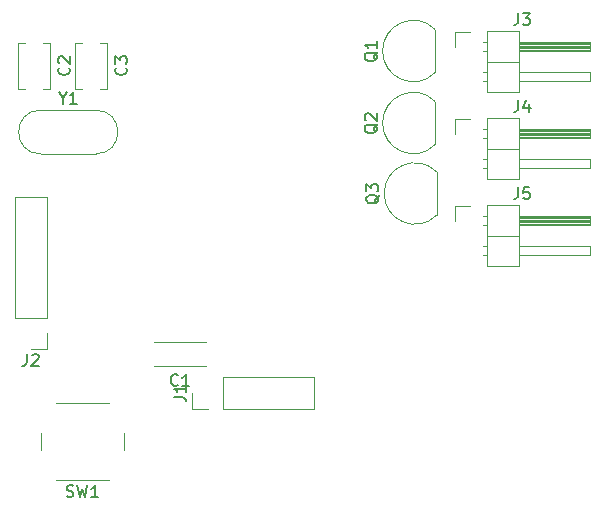
<source format=gbr>
G04 #@! TF.FileFunction,Legend,Top*
%FSLAX46Y46*%
G04 Gerber Fmt 4.6, Leading zero omitted, Abs format (unit mm)*
G04 Created by KiCad (PCBNEW 4.0.7) date Fri Feb  9 23:36:38 2018*
%MOMM*%
%LPD*%
G01*
G04 APERTURE LIST*
%ADD10C,0.150000*%
%ADD11C,0.120000*%
G04 APERTURE END LIST*
D10*
D11*
X104231000Y-65272000D02*
X99811000Y-65272000D01*
X104231000Y-63252000D02*
X99811000Y-63252000D01*
X104231000Y-65272000D02*
X104231000Y-65258000D01*
X104231000Y-63266000D02*
X104231000Y-63252000D01*
X99811000Y-65272000D02*
X99811000Y-65258000D01*
X99811000Y-63266000D02*
X99811000Y-63252000D01*
X91022000Y-37898000D02*
X91022000Y-41818000D01*
X88302000Y-37898000D02*
X88302000Y-41818000D01*
X91022000Y-37898000D02*
X90412000Y-37898000D01*
X88912000Y-37898000D02*
X88302000Y-37898000D01*
X91022000Y-41818000D02*
X90412000Y-41818000D01*
X88912000Y-41818000D02*
X88302000Y-41818000D01*
X95848000Y-37898000D02*
X95848000Y-41818000D01*
X93128000Y-37898000D02*
X93128000Y-41818000D01*
X95848000Y-37898000D02*
X95238000Y-37898000D01*
X93738000Y-37898000D02*
X93128000Y-37898000D01*
X95848000Y-41818000D02*
X95238000Y-41818000D01*
X93738000Y-41818000D02*
X93128000Y-41818000D01*
X113344000Y-68894000D02*
X113344000Y-66234000D01*
X105664000Y-68894000D02*
X113344000Y-68894000D01*
X105664000Y-66234000D02*
X113344000Y-66234000D01*
X105664000Y-68894000D02*
X105664000Y-66234000D01*
X104394000Y-68894000D02*
X103064000Y-68894000D01*
X103064000Y-68894000D02*
X103064000Y-67564000D01*
X90738000Y-50994000D02*
X88078000Y-50994000D01*
X90738000Y-61214000D02*
X90738000Y-50994000D01*
X88078000Y-61214000D02*
X88078000Y-50994000D01*
X90738000Y-61214000D02*
X88078000Y-61214000D01*
X90738000Y-62484000D02*
X90738000Y-63814000D01*
X90738000Y-63814000D02*
X89408000Y-63814000D01*
X128059000Y-36897000D02*
X128059000Y-42097000D01*
X128059000Y-42097000D02*
X130719000Y-42097000D01*
X130719000Y-42097000D02*
X130719000Y-36897000D01*
X130719000Y-36897000D02*
X128059000Y-36897000D01*
X130719000Y-37847000D02*
X136719000Y-37847000D01*
X136719000Y-37847000D02*
X136719000Y-38607000D01*
X136719000Y-38607000D02*
X130719000Y-38607000D01*
X130719000Y-37907000D02*
X136719000Y-37907000D01*
X130719000Y-38027000D02*
X136719000Y-38027000D01*
X130719000Y-38147000D02*
X136719000Y-38147000D01*
X130719000Y-38267000D02*
X136719000Y-38267000D01*
X130719000Y-38387000D02*
X136719000Y-38387000D01*
X130719000Y-38507000D02*
X136719000Y-38507000D01*
X127729000Y-37847000D02*
X128059000Y-37847000D01*
X127729000Y-38607000D02*
X128059000Y-38607000D01*
X128059000Y-39497000D02*
X130719000Y-39497000D01*
X130719000Y-40387000D02*
X136719000Y-40387000D01*
X136719000Y-40387000D02*
X136719000Y-41147000D01*
X136719000Y-41147000D02*
X130719000Y-41147000D01*
X127661929Y-40387000D02*
X128059000Y-40387000D01*
X127661929Y-41147000D02*
X128059000Y-41147000D01*
X125349000Y-38227000D02*
X125349000Y-36957000D01*
X125349000Y-36957000D02*
X126619000Y-36957000D01*
X128059000Y-44263000D02*
X128059000Y-49463000D01*
X128059000Y-49463000D02*
X130719000Y-49463000D01*
X130719000Y-49463000D02*
X130719000Y-44263000D01*
X130719000Y-44263000D02*
X128059000Y-44263000D01*
X130719000Y-45213000D02*
X136719000Y-45213000D01*
X136719000Y-45213000D02*
X136719000Y-45973000D01*
X136719000Y-45973000D02*
X130719000Y-45973000D01*
X130719000Y-45273000D02*
X136719000Y-45273000D01*
X130719000Y-45393000D02*
X136719000Y-45393000D01*
X130719000Y-45513000D02*
X136719000Y-45513000D01*
X130719000Y-45633000D02*
X136719000Y-45633000D01*
X130719000Y-45753000D02*
X136719000Y-45753000D01*
X130719000Y-45873000D02*
X136719000Y-45873000D01*
X127729000Y-45213000D02*
X128059000Y-45213000D01*
X127729000Y-45973000D02*
X128059000Y-45973000D01*
X128059000Y-46863000D02*
X130719000Y-46863000D01*
X130719000Y-47753000D02*
X136719000Y-47753000D01*
X136719000Y-47753000D02*
X136719000Y-48513000D01*
X136719000Y-48513000D02*
X130719000Y-48513000D01*
X127661929Y-47753000D02*
X128059000Y-47753000D01*
X127661929Y-48513000D02*
X128059000Y-48513000D01*
X125349000Y-45593000D02*
X125349000Y-44323000D01*
X125349000Y-44323000D02*
X126619000Y-44323000D01*
X128059000Y-51629000D02*
X128059000Y-56829000D01*
X128059000Y-56829000D02*
X130719000Y-56829000D01*
X130719000Y-56829000D02*
X130719000Y-51629000D01*
X130719000Y-51629000D02*
X128059000Y-51629000D01*
X130719000Y-52579000D02*
X136719000Y-52579000D01*
X136719000Y-52579000D02*
X136719000Y-53339000D01*
X136719000Y-53339000D02*
X130719000Y-53339000D01*
X130719000Y-52639000D02*
X136719000Y-52639000D01*
X130719000Y-52759000D02*
X136719000Y-52759000D01*
X130719000Y-52879000D02*
X136719000Y-52879000D01*
X130719000Y-52999000D02*
X136719000Y-52999000D01*
X130719000Y-53119000D02*
X136719000Y-53119000D01*
X130719000Y-53239000D02*
X136719000Y-53239000D01*
X127729000Y-52579000D02*
X128059000Y-52579000D01*
X127729000Y-53339000D02*
X128059000Y-53339000D01*
X128059000Y-54229000D02*
X130719000Y-54229000D01*
X130719000Y-55119000D02*
X136719000Y-55119000D01*
X136719000Y-55119000D02*
X136719000Y-55879000D01*
X136719000Y-55879000D02*
X130719000Y-55879000D01*
X127661929Y-55119000D02*
X128059000Y-55119000D01*
X127661929Y-55879000D02*
X128059000Y-55879000D01*
X125349000Y-52959000D02*
X125349000Y-51689000D01*
X125349000Y-51689000D02*
X126619000Y-51689000D01*
X123643000Y-40408000D02*
X123643000Y-36808000D01*
X123631478Y-40446478D02*
G75*
G02X119193000Y-38608000I-1838478J1838478D01*
G01*
X123631478Y-36769522D02*
G75*
G03X119193000Y-38608000I-1838478J-1838478D01*
G01*
X123643000Y-46504000D02*
X123643000Y-42904000D01*
X123631478Y-46542478D02*
G75*
G02X119193000Y-44704000I-1838478J1838478D01*
G01*
X123631478Y-42865522D02*
G75*
G03X119193000Y-44704000I-1838478J-1838478D01*
G01*
X123770000Y-52473000D02*
X123770000Y-48873000D01*
X123758478Y-52511478D02*
G75*
G02X119320000Y-50673000I-1838478J1838478D01*
G01*
X123758478Y-48834522D02*
G75*
G03X119320000Y-50673000I-1838478J-1838478D01*
G01*
X96028000Y-68414000D02*
X91528000Y-68414000D01*
X97278000Y-72414000D02*
X97278000Y-70914000D01*
X91528000Y-74914000D02*
X96028000Y-74914000D01*
X90278000Y-70914000D02*
X90278000Y-72414000D01*
X90228000Y-43616000D02*
X94928000Y-43616000D01*
X90228000Y-47316000D02*
X94928000Y-47316000D01*
X90228000Y-47316000D02*
G75*
G02X90228000Y-43616000I0J1850000D01*
G01*
X94928000Y-47316000D02*
G75*
G03X94928000Y-43616000I0J1850000D01*
G01*
D10*
X101854334Y-66879143D02*
X101806715Y-66926762D01*
X101663858Y-66974381D01*
X101568620Y-66974381D01*
X101425762Y-66926762D01*
X101330524Y-66831524D01*
X101282905Y-66736286D01*
X101235286Y-66545810D01*
X101235286Y-66402952D01*
X101282905Y-66212476D01*
X101330524Y-66117238D01*
X101425762Y-66022000D01*
X101568620Y-65974381D01*
X101663858Y-65974381D01*
X101806715Y-66022000D01*
X101854334Y-66069619D01*
X102806715Y-66974381D02*
X102235286Y-66974381D01*
X102521000Y-66974381D02*
X102521000Y-65974381D01*
X102425762Y-66117238D01*
X102330524Y-66212476D01*
X102235286Y-66260095D01*
X92629143Y-40024666D02*
X92676762Y-40072285D01*
X92724381Y-40215142D01*
X92724381Y-40310380D01*
X92676762Y-40453238D01*
X92581524Y-40548476D01*
X92486286Y-40596095D01*
X92295810Y-40643714D01*
X92152952Y-40643714D01*
X91962476Y-40596095D01*
X91867238Y-40548476D01*
X91772000Y-40453238D01*
X91724381Y-40310380D01*
X91724381Y-40215142D01*
X91772000Y-40072285D01*
X91819619Y-40024666D01*
X91819619Y-39643714D02*
X91772000Y-39596095D01*
X91724381Y-39500857D01*
X91724381Y-39262761D01*
X91772000Y-39167523D01*
X91819619Y-39119904D01*
X91914857Y-39072285D01*
X92010095Y-39072285D01*
X92152952Y-39119904D01*
X92724381Y-39691333D01*
X92724381Y-39072285D01*
X97455143Y-40024666D02*
X97502762Y-40072285D01*
X97550381Y-40215142D01*
X97550381Y-40310380D01*
X97502762Y-40453238D01*
X97407524Y-40548476D01*
X97312286Y-40596095D01*
X97121810Y-40643714D01*
X96978952Y-40643714D01*
X96788476Y-40596095D01*
X96693238Y-40548476D01*
X96598000Y-40453238D01*
X96550381Y-40310380D01*
X96550381Y-40215142D01*
X96598000Y-40072285D01*
X96645619Y-40024666D01*
X96550381Y-39691333D02*
X96550381Y-39072285D01*
X96931333Y-39405619D01*
X96931333Y-39262761D01*
X96978952Y-39167523D01*
X97026571Y-39119904D01*
X97121810Y-39072285D01*
X97359905Y-39072285D01*
X97455143Y-39119904D01*
X97502762Y-39167523D01*
X97550381Y-39262761D01*
X97550381Y-39548476D01*
X97502762Y-39643714D01*
X97455143Y-39691333D01*
X101516381Y-67897333D02*
X102230667Y-67897333D01*
X102373524Y-67944953D01*
X102468762Y-68040191D01*
X102516381Y-68183048D01*
X102516381Y-68278286D01*
X102516381Y-66897333D02*
X102516381Y-67468762D01*
X102516381Y-67183048D02*
X101516381Y-67183048D01*
X101659238Y-67278286D01*
X101754476Y-67373524D01*
X101802095Y-67468762D01*
X89074667Y-64266381D02*
X89074667Y-64980667D01*
X89027047Y-65123524D01*
X88931809Y-65218762D01*
X88788952Y-65266381D01*
X88693714Y-65266381D01*
X89503238Y-64361619D02*
X89550857Y-64314000D01*
X89646095Y-64266381D01*
X89884191Y-64266381D01*
X89979429Y-64314000D01*
X90027048Y-64361619D01*
X90074667Y-64456857D01*
X90074667Y-64552095D01*
X90027048Y-64694952D01*
X89455619Y-65266381D01*
X90074667Y-65266381D01*
X130670667Y-35409381D02*
X130670667Y-36123667D01*
X130623047Y-36266524D01*
X130527809Y-36361762D01*
X130384952Y-36409381D01*
X130289714Y-36409381D01*
X131051619Y-35409381D02*
X131670667Y-35409381D01*
X131337333Y-35790333D01*
X131480191Y-35790333D01*
X131575429Y-35837952D01*
X131623048Y-35885571D01*
X131670667Y-35980810D01*
X131670667Y-36218905D01*
X131623048Y-36314143D01*
X131575429Y-36361762D01*
X131480191Y-36409381D01*
X131194476Y-36409381D01*
X131099238Y-36361762D01*
X131051619Y-36314143D01*
X130670667Y-42775381D02*
X130670667Y-43489667D01*
X130623047Y-43632524D01*
X130527809Y-43727762D01*
X130384952Y-43775381D01*
X130289714Y-43775381D01*
X131575429Y-43108714D02*
X131575429Y-43775381D01*
X131337333Y-42727762D02*
X131099238Y-43442048D01*
X131718286Y-43442048D01*
X130670667Y-50141381D02*
X130670667Y-50855667D01*
X130623047Y-50998524D01*
X130527809Y-51093762D01*
X130384952Y-51141381D01*
X130289714Y-51141381D01*
X131623048Y-50141381D02*
X131146857Y-50141381D01*
X131099238Y-50617571D01*
X131146857Y-50569952D01*
X131242095Y-50522333D01*
X131480191Y-50522333D01*
X131575429Y-50569952D01*
X131623048Y-50617571D01*
X131670667Y-50712810D01*
X131670667Y-50950905D01*
X131623048Y-51046143D01*
X131575429Y-51093762D01*
X131480191Y-51141381D01*
X131242095Y-51141381D01*
X131146857Y-51093762D01*
X131099238Y-51046143D01*
X118780619Y-38703238D02*
X118733000Y-38798476D01*
X118637762Y-38893714D01*
X118494905Y-39036571D01*
X118447286Y-39131810D01*
X118447286Y-39227048D01*
X118685381Y-39179429D02*
X118637762Y-39274667D01*
X118542524Y-39369905D01*
X118352048Y-39417524D01*
X118018714Y-39417524D01*
X117828238Y-39369905D01*
X117733000Y-39274667D01*
X117685381Y-39179429D01*
X117685381Y-38988952D01*
X117733000Y-38893714D01*
X117828238Y-38798476D01*
X118018714Y-38750857D01*
X118352048Y-38750857D01*
X118542524Y-38798476D01*
X118637762Y-38893714D01*
X118685381Y-38988952D01*
X118685381Y-39179429D01*
X118685381Y-37798476D02*
X118685381Y-38369905D01*
X118685381Y-38084191D02*
X117685381Y-38084191D01*
X117828238Y-38179429D01*
X117923476Y-38274667D01*
X117971095Y-38369905D01*
X118780619Y-44799238D02*
X118733000Y-44894476D01*
X118637762Y-44989714D01*
X118494905Y-45132571D01*
X118447286Y-45227810D01*
X118447286Y-45323048D01*
X118685381Y-45275429D02*
X118637762Y-45370667D01*
X118542524Y-45465905D01*
X118352048Y-45513524D01*
X118018714Y-45513524D01*
X117828238Y-45465905D01*
X117733000Y-45370667D01*
X117685381Y-45275429D01*
X117685381Y-45084952D01*
X117733000Y-44989714D01*
X117828238Y-44894476D01*
X118018714Y-44846857D01*
X118352048Y-44846857D01*
X118542524Y-44894476D01*
X118637762Y-44989714D01*
X118685381Y-45084952D01*
X118685381Y-45275429D01*
X117780619Y-44465905D02*
X117733000Y-44418286D01*
X117685381Y-44323048D01*
X117685381Y-44084952D01*
X117733000Y-43989714D01*
X117780619Y-43942095D01*
X117875857Y-43894476D01*
X117971095Y-43894476D01*
X118113952Y-43942095D01*
X118685381Y-44513524D01*
X118685381Y-43894476D01*
X118907619Y-50768238D02*
X118860000Y-50863476D01*
X118764762Y-50958714D01*
X118621905Y-51101571D01*
X118574286Y-51196810D01*
X118574286Y-51292048D01*
X118812381Y-51244429D02*
X118764762Y-51339667D01*
X118669524Y-51434905D01*
X118479048Y-51482524D01*
X118145714Y-51482524D01*
X117955238Y-51434905D01*
X117860000Y-51339667D01*
X117812381Y-51244429D01*
X117812381Y-51053952D01*
X117860000Y-50958714D01*
X117955238Y-50863476D01*
X118145714Y-50815857D01*
X118479048Y-50815857D01*
X118669524Y-50863476D01*
X118764762Y-50958714D01*
X118812381Y-51053952D01*
X118812381Y-51244429D01*
X117812381Y-50482524D02*
X117812381Y-49863476D01*
X118193333Y-50196810D01*
X118193333Y-50053952D01*
X118240952Y-49958714D01*
X118288571Y-49911095D01*
X118383810Y-49863476D01*
X118621905Y-49863476D01*
X118717143Y-49911095D01*
X118764762Y-49958714D01*
X118812381Y-50053952D01*
X118812381Y-50339667D01*
X118764762Y-50434905D01*
X118717143Y-50482524D01*
X92444667Y-76318762D02*
X92587524Y-76366381D01*
X92825620Y-76366381D01*
X92920858Y-76318762D01*
X92968477Y-76271143D01*
X93016096Y-76175905D01*
X93016096Y-76080667D01*
X92968477Y-75985429D01*
X92920858Y-75937810D01*
X92825620Y-75890190D01*
X92635143Y-75842571D01*
X92539905Y-75794952D01*
X92492286Y-75747333D01*
X92444667Y-75652095D01*
X92444667Y-75556857D01*
X92492286Y-75461619D01*
X92539905Y-75414000D01*
X92635143Y-75366381D01*
X92873239Y-75366381D01*
X93016096Y-75414000D01*
X93349429Y-75366381D02*
X93587524Y-76366381D01*
X93778001Y-75652095D01*
X93968477Y-76366381D01*
X94206572Y-75366381D01*
X95111334Y-76366381D02*
X94539905Y-76366381D01*
X94825619Y-76366381D02*
X94825619Y-75366381D01*
X94730381Y-75509238D01*
X94635143Y-75604476D01*
X94539905Y-75652095D01*
X92101809Y-42592190D02*
X92101809Y-43068381D01*
X91768476Y-42068381D02*
X92101809Y-42592190D01*
X92435143Y-42068381D01*
X93292286Y-43068381D02*
X92720857Y-43068381D01*
X93006571Y-43068381D02*
X93006571Y-42068381D01*
X92911333Y-42211238D01*
X92816095Y-42306476D01*
X92720857Y-42354095D01*
M02*

</source>
